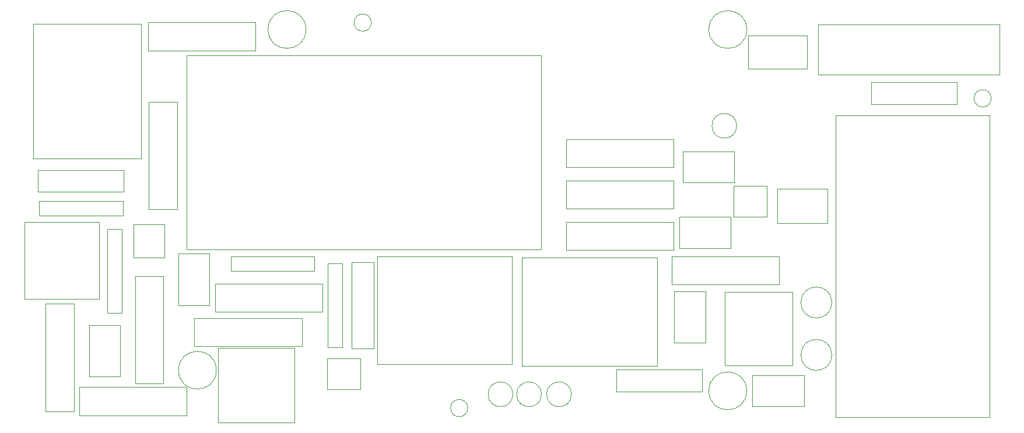
<source format=gbr>
%TF.GenerationSoftware,KiCad,Pcbnew,5.1.7-a382d34a8~87~ubuntu18.04.1*%
%TF.CreationDate,2020-10-27T09:38:10-03:00*%
%TF.ProjectId,Disp_Sec_V_1,44697370-5f53-4656-935f-565f312e6b69,1.1*%
%TF.SameCoordinates,Original*%
%TF.FileFunction,Other,User*%
%FSLAX46Y46*%
G04 Gerber Fmt 4.6, Leading zero omitted, Abs format (unit mm)*
G04 Created by KiCad (PCBNEW 5.1.7-a382d34a8~87~ubuntu18.04.1) date 2020-10-27 09:38:10*
%MOMM*%
%LPD*%
G01*
G04 APERTURE LIST*
%ADD10C,0.050000*%
G04 APERTURE END LIST*
D10*
%TO.C,F1*%
X224457600Y-72572700D02*
X198107600Y-72572700D01*
X224457600Y-72572700D02*
X224457600Y-65272700D01*
X198107600Y-65272700D02*
X198107600Y-72572700D01*
X198107600Y-65272700D02*
X224457600Y-65272700D01*
%TO.C,TP4*%
X153800000Y-119000000D02*
G75*
G03*
X153800000Y-119000000I-1800000J0D01*
G01*
%TO.C,TP3*%
X157950000Y-119000000D02*
G75*
G03*
X157950000Y-119000000I-1800000J0D01*
G01*
%TO.C,TP2*%
X162300000Y-119000000D02*
G75*
G03*
X162300000Y-119000000I-1800000J0D01*
G01*
%TO.C,TP1*%
X186300000Y-80000000D02*
G75*
G03*
X186300000Y-80000000I-1800000J0D01*
G01*
%TO.C,FID3*%
X223250000Y-76000000D02*
G75*
G03*
X223250000Y-76000000I-1250000J0D01*
G01*
%TO.C,FID2*%
X133250000Y-65000000D02*
G75*
G03*
X133250000Y-65000000I-1250000J0D01*
G01*
%TO.C,FID1*%
X147250000Y-121000000D02*
G75*
G03*
X147250000Y-121000000I-1250000J0D01*
G01*
%TO.C,H4*%
X110750000Y-115500000D02*
G75*
G03*
X110750000Y-115500000I-2750000J0D01*
G01*
%TO.C,H3*%
X187750000Y-66000000D02*
G75*
G03*
X187750000Y-66000000I-2750000J0D01*
G01*
%TO.C,H2*%
X123750000Y-66000000D02*
G75*
G03*
X123750000Y-66000000I-2750000J0D01*
G01*
%TO.C,H1*%
X187750000Y-118500000D02*
G75*
G03*
X187750000Y-118500000I-2750000J0D01*
G01*
%TO.C,R7*%
X107550000Y-107950000D02*
X107550000Y-112050000D01*
X107550000Y-112050000D02*
X123150000Y-112050000D01*
X123150000Y-112050000D02*
X123150000Y-107950000D01*
X123150000Y-107950000D02*
X107550000Y-107950000D01*
%TO.C,J2*%
X93710000Y-93960000D02*
X82900000Y-93960000D01*
X82900000Y-93960000D02*
X82900000Y-105130000D01*
X82900000Y-105130000D02*
X93710000Y-105130000D01*
X93710000Y-105130000D02*
X93710000Y-93960000D01*
%TO.C,Q4*%
X96750000Y-108950000D02*
X92250000Y-108950000D01*
X96750000Y-116450000D02*
X96750000Y-108950000D01*
X92250000Y-116450000D02*
X96750000Y-116450000D01*
X92250000Y-108950000D02*
X92250000Y-116450000D01*
%TO.C,R6*%
X85950000Y-121450000D02*
X90050000Y-121450000D01*
X90050000Y-121450000D02*
X90050000Y-105850000D01*
X90050000Y-105850000D02*
X85950000Y-105850000D01*
X85950000Y-105850000D02*
X85950000Y-121450000D01*
%TO.C,D1*%
X168850000Y-115400000D02*
X168850000Y-118600000D01*
X168850000Y-118600000D02*
X181310000Y-118600000D01*
X181310000Y-118600000D02*
X181310000Y-115400000D01*
X181310000Y-115400000D02*
X168850000Y-115400000D01*
%TO.C,U1*%
X157931100Y-69721900D02*
X106445300Y-69734600D01*
X106445300Y-69734600D02*
X106445300Y-97928600D01*
X157931100Y-97924600D02*
X157931100Y-69721900D01*
X106445300Y-97928600D02*
X157931100Y-97924600D01*
%TO.C,Q6*%
X177950000Y-93250000D02*
X177950000Y-97750000D01*
X185450000Y-93250000D02*
X177950000Y-93250000D01*
X185450000Y-97750000D02*
X185450000Y-93250000D01*
X177950000Y-97750000D02*
X185450000Y-97750000D01*
%TO.C,D7*%
X84850000Y-86400000D02*
X84850000Y-89600000D01*
X84850000Y-89600000D02*
X97310000Y-89600000D01*
X97310000Y-89600000D02*
X97310000Y-86400000D01*
X97310000Y-86400000D02*
X84850000Y-86400000D01*
%TO.C,K3*%
X134080000Y-114660000D02*
X153680000Y-114660000D01*
X153680000Y-98960000D02*
X153680000Y-114660000D01*
X134080000Y-114660000D02*
X134080000Y-98960000D01*
X153680000Y-98960000D02*
X134080000Y-98960000D01*
%TO.C,D8*%
X133600000Y-99850000D02*
X130400000Y-99850000D01*
X130400000Y-99850000D02*
X130400000Y-112310000D01*
X130400000Y-112310000D02*
X133600000Y-112310000D01*
X133600000Y-112310000D02*
X133600000Y-99850000D01*
%TO.C,J3*%
X110960000Y-112290000D02*
X110960000Y-123100000D01*
X110960000Y-123100000D02*
X122130000Y-123100000D01*
X122130000Y-123100000D02*
X122130000Y-112290000D01*
X122130000Y-112290000D02*
X110960000Y-112290000D01*
%TO.C,Q5*%
X105250000Y-106050000D02*
X109750000Y-106050000D01*
X105250000Y-98550000D02*
X105250000Y-106050000D01*
X109750000Y-98550000D02*
X105250000Y-98550000D01*
X109750000Y-106050000D02*
X109750000Y-98550000D01*
%TO.C,K1*%
X174750000Y-99150000D02*
X155150000Y-99150000D01*
X155150000Y-114850000D02*
X155150000Y-99150000D01*
X174750000Y-99150000D02*
X174750000Y-114850000D01*
X155150000Y-114850000D02*
X174750000Y-114850000D01*
%TO.C,Q1*%
X177250000Y-111520000D02*
X181750000Y-111520000D01*
X177250000Y-104020000D02*
X177250000Y-111520000D01*
X181750000Y-104020000D02*
X177250000Y-104020000D01*
X181750000Y-111520000D02*
X181750000Y-104020000D01*
%TO.C,U4*%
X223018000Y-78494600D02*
X200666000Y-78494600D01*
X200666000Y-78494600D02*
X200640600Y-122360400D01*
X223030700Y-122360400D02*
X223018000Y-78494600D01*
X200640600Y-122360400D02*
X223030700Y-122360400D01*
%TO.C,D6*%
X125000000Y-101050000D02*
X125000000Y-98950000D01*
X125000000Y-98950000D02*
X112840000Y-98950000D01*
X112840000Y-98950000D02*
X112840000Y-101050000D01*
X112840000Y-101050000D02*
X125000000Y-101050000D01*
%TO.C,U2*%
X184580000Y-104110000D02*
X184580000Y-114810000D01*
X184580000Y-114810000D02*
X194380000Y-114810000D01*
X194380000Y-114810000D02*
X194380000Y-104110000D01*
X194380000Y-104110000D02*
X184580000Y-104110000D01*
%TO.C,RV1*%
X192230000Y-89120000D02*
X192230000Y-94170000D01*
X192230000Y-94170000D02*
X199480000Y-94170000D01*
X199480000Y-94170000D02*
X199480000Y-89120000D01*
X199480000Y-89120000D02*
X192230000Y-89120000D01*
%TO.C,R11*%
X98950000Y-117450000D02*
X103050000Y-117450000D01*
X103050000Y-117450000D02*
X103050000Y-101850000D01*
X103050000Y-101850000D02*
X98950000Y-101850000D01*
X98950000Y-101850000D02*
X98950000Y-117450000D01*
%TO.C,R10*%
X106450000Y-122050000D02*
X106450000Y-117950000D01*
X106450000Y-117950000D02*
X90850000Y-117950000D01*
X90850000Y-117950000D02*
X90850000Y-122050000D01*
X90850000Y-122050000D02*
X106450000Y-122050000D01*
%TO.C,R9*%
X161550000Y-93950000D02*
X161550000Y-98050000D01*
X161550000Y-98050000D02*
X177150000Y-98050000D01*
X177150000Y-98050000D02*
X177150000Y-93950000D01*
X177150000Y-93950000D02*
X161550000Y-93950000D01*
%TO.C,R8*%
X161550000Y-87950000D02*
X161550000Y-92050000D01*
X161550000Y-92050000D02*
X177150000Y-92050000D01*
X177150000Y-92050000D02*
X177150000Y-87950000D01*
X177150000Y-87950000D02*
X161550000Y-87950000D01*
%TO.C,R5*%
X161550000Y-81950000D02*
X161550000Y-86050000D01*
X161550000Y-86050000D02*
X177150000Y-86050000D01*
X177150000Y-86050000D02*
X177150000Y-81950000D01*
X177150000Y-81950000D02*
X161550000Y-81950000D01*
%TO.C,R4*%
X105050000Y-76550000D02*
X100950000Y-76550000D01*
X100950000Y-76550000D02*
X100950000Y-92150000D01*
X100950000Y-92150000D02*
X105050000Y-92150000D01*
X105050000Y-92150000D02*
X105050000Y-76550000D01*
%TO.C,R3*%
X116450000Y-69050000D02*
X116450000Y-64950000D01*
X116450000Y-64950000D02*
X100850000Y-64950000D01*
X100850000Y-64950000D02*
X100850000Y-69050000D01*
X100850000Y-69050000D02*
X116450000Y-69050000D01*
%TO.C,R2*%
X110550000Y-102950000D02*
X110550000Y-107050000D01*
X110550000Y-107050000D02*
X126150000Y-107050000D01*
X126150000Y-107050000D02*
X126150000Y-102950000D01*
X126150000Y-102950000D02*
X110550000Y-102950000D01*
%TO.C,R1*%
X192450000Y-103050000D02*
X192450000Y-98950000D01*
X192450000Y-98950000D02*
X176850000Y-98950000D01*
X176850000Y-98950000D02*
X176850000Y-103050000D01*
X176850000Y-103050000D02*
X192450000Y-103050000D01*
%TO.C,Q3*%
X178450000Y-83750000D02*
X178450000Y-88250000D01*
X185950000Y-83750000D02*
X178450000Y-83750000D01*
X185950000Y-88250000D02*
X185950000Y-83750000D01*
X178450000Y-88250000D02*
X185950000Y-88250000D01*
%TO.C,Q2*%
X196050000Y-120750000D02*
X196050000Y-116250000D01*
X188550000Y-120750000D02*
X196050000Y-120750000D01*
X188550000Y-116250000D02*
X188550000Y-120750000D01*
X196050000Y-116250000D02*
X188550000Y-116250000D01*
%TO.C,K2*%
X99850000Y-84750000D02*
X99850000Y-65150000D01*
X84150000Y-65150000D02*
X99850000Y-65150000D01*
X99850000Y-84750000D02*
X84150000Y-84750000D01*
X84150000Y-65150000D02*
X84150000Y-84750000D01*
%TO.C,J1*%
X188000000Y-66900000D02*
X188000000Y-71700000D01*
X188000000Y-71700000D02*
X196500000Y-71700000D01*
X196500000Y-71700000D02*
X196500000Y-66900000D01*
X196500000Y-66900000D02*
X188000000Y-66900000D01*
%TO.C,D11*%
X126850000Y-113750000D02*
X126850000Y-118250000D01*
X126850000Y-118250000D02*
X131700000Y-118250000D01*
X131700000Y-118250000D02*
X131700000Y-113750000D01*
X131700000Y-113750000D02*
X126850000Y-113750000D01*
%TO.C,D10*%
X98750000Y-99150000D02*
X103250000Y-99150000D01*
X103250000Y-99150000D02*
X103250000Y-94300000D01*
X103250000Y-94300000D02*
X98750000Y-94300000D01*
X98750000Y-94300000D02*
X98750000Y-99150000D01*
%TO.C,D9*%
X190690000Y-93250000D02*
X190690000Y-88750000D01*
X190690000Y-88750000D02*
X185840000Y-88750000D01*
X185840000Y-88750000D02*
X185840000Y-93250000D01*
X185840000Y-93250000D02*
X190690000Y-93250000D01*
%TO.C,D5*%
X129050000Y-100000000D02*
X126950000Y-100000000D01*
X126950000Y-100000000D02*
X126950000Y-112160000D01*
X126950000Y-112160000D02*
X129050000Y-112160000D01*
X129050000Y-112160000D02*
X129050000Y-100000000D01*
%TO.C,D4*%
X97050000Y-95000000D02*
X94950000Y-95000000D01*
X94950000Y-95000000D02*
X94950000Y-107160000D01*
X94950000Y-107160000D02*
X97050000Y-107160000D01*
X97050000Y-107160000D02*
X97050000Y-95000000D01*
%TO.C,D3*%
X85000000Y-90950000D02*
X85000000Y-93050000D01*
X85000000Y-93050000D02*
X97160000Y-93050000D01*
X97160000Y-93050000D02*
X97160000Y-90950000D01*
X97160000Y-90950000D02*
X85000000Y-90950000D01*
%TO.C,D2*%
X218310000Y-76860000D02*
X218310000Y-73660000D01*
X218310000Y-73660000D02*
X205850000Y-73660000D01*
X205850000Y-73660000D02*
X205850000Y-76860000D01*
X205850000Y-76860000D02*
X218310000Y-76860000D01*
%TO.C,C2*%
X200110000Y-105660000D02*
G75*
G03*
X200110000Y-105660000I-2250000J0D01*
G01*
%TO.C,C1*%
X200110000Y-113280000D02*
G75*
G03*
X200110000Y-113280000I-2250000J0D01*
G01*
%TD*%
M02*

</source>
